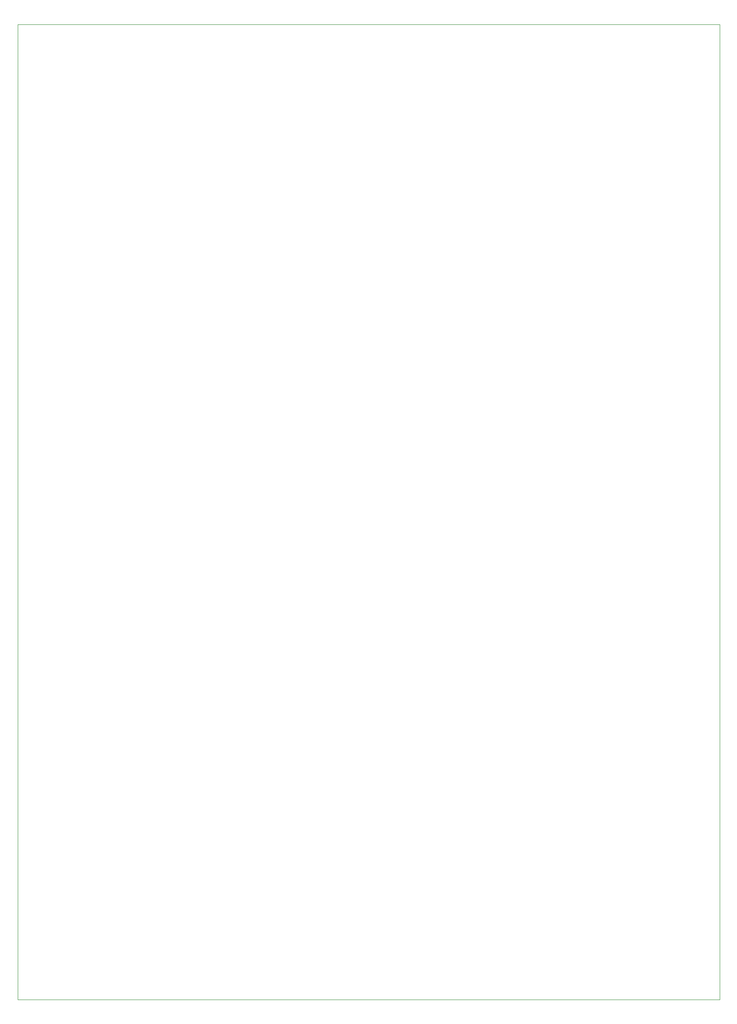
<source format=gbr>
%TF.GenerationSoftware,KiCad,Pcbnew,9.0.6*%
%TF.CreationDate,2025-12-16T10:50:30+01:00*%
%TF.ProjectId,Microver2025,4d696372-6f76-4657-9232-3032352e6b69,rev?*%
%TF.SameCoordinates,Original*%
%TF.FileFunction,Profile,NP*%
%FSLAX46Y46*%
G04 Gerber Fmt 4.6, Leading zero omitted, Abs format (unit mm)*
G04 Created by KiCad (PCBNEW 9.0.6) date 2025-12-16 10:50:30*
%MOMM*%
%LPD*%
G01*
G04 APERTURE LIST*
%TA.AperFunction,Profile*%
%ADD10C,0.050000*%
%TD*%
G04 APERTURE END LIST*
D10*
X221000000Y-31000000D02*
X87000000Y-31000000D01*
X87000000Y-31000000D02*
X87000000Y-217000000D01*
X87000000Y-217000000D02*
X221000000Y-217000000D01*
X221000000Y-31000000D02*
X221000000Y-217000000D01*
M02*

</source>
